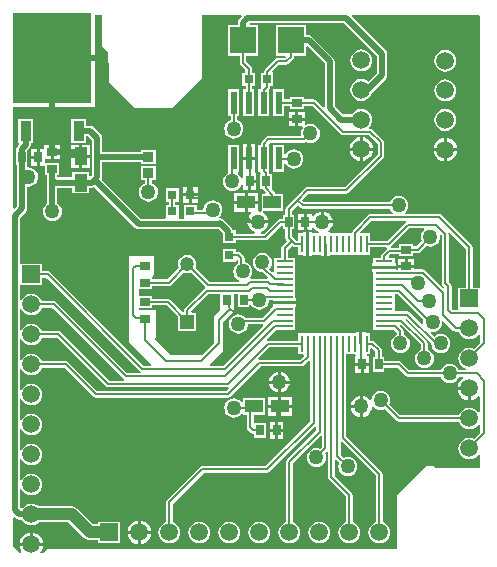
<source format=gtl>
G04 Layer_Physical_Order=1*
G04 Layer_Color=255*
%FSLAX44Y44*%
%MOMM*%
G71*
G01*
G75*
%ADD10R,1.4975X1.1176*%
%ADD11R,0.6604X0.8636*%
%ADD12R,1.1176X1.4975*%
%ADD13R,0.8636X0.6604*%
%ADD14R,0.7874X0.7874*%
%ADD15R,0.7556X0.8000*%
%ADD16R,0.2794X1.4732*%
%ADD17R,1.4732X0.2794*%
%ADD18R,0.8000X0.7556*%
%ADD19R,0.5588X1.9812*%
%ADD20R,2.2098X2.2606*%
%ADD21R,0.9398X1.7018*%
%ADD22R,6.6548X7.7216*%
%ADD23R,0.9398X0.8128*%
%ADD24C,0.5000*%
%ADD25C,1.0000*%
%ADD26C,0.2000*%
%ADD27C,0.2032*%
%ADD28R,1.5000X1.5000*%
%ADD29C,1.5000*%
%ADD30R,1.1938X1.1938*%
%ADD31C,1.1938*%
%ADD32C,1.4986*%
%ADD33R,1.5000X1.5000*%
%ADD34C,1.2700*%
G36*
X180213Y216662D02*
X180340D01*
Y214630D01*
X175260Y209550D01*
Y186690D01*
X165100Y176530D01*
X138430D01*
X124460Y190500D01*
X125730Y191770D01*
Y214630D01*
X111760D01*
Y216613D01*
X122858D01*
Y218862D01*
X134877D01*
X144731Y209008D01*
Y197563D01*
X160069D01*
Y212901D01*
X156360D01*
X155834Y214171D01*
X170010Y228347D01*
X180213D01*
Y216662D01*
D02*
G37*
G36*
X352196Y206521D02*
X351926Y204470D01*
X352046Y203553D01*
X350843Y202960D01*
X340757Y213047D01*
X339864Y213643D01*
X338810Y213853D01*
X328090D01*
Y218003D01*
Y228347D01*
X330370D01*
X352196Y206521D01*
D02*
G37*
G36*
X98383Y156804D02*
X98383Y156803D01*
X98953Y156423D01*
X98568Y155153D01*
X86230D01*
X45127Y196257D01*
X44233Y196853D01*
X43180Y197063D01*
X29138D01*
X28356Y198950D01*
X26881Y200872D01*
X24960Y202346D01*
X22722Y203273D01*
X20320Y203589D01*
X17918Y203273D01*
X15680Y202346D01*
X13758Y200872D01*
X12284Y198950D01*
X11902Y198029D01*
X10632Y198281D01*
Y215739D01*
X11902Y215991D01*
X12284Y215070D01*
X13758Y213148D01*
X15680Y211674D01*
X17918Y210747D01*
X20320Y210431D01*
X22722Y210747D01*
X24960Y211674D01*
X26881Y213148D01*
X28356Y215070D01*
X29138Y216957D01*
X38230D01*
X98383Y156804D01*
D02*
G37*
G36*
X83143Y150454D02*
X83143Y150453D01*
X84037Y149857D01*
X85090Y149647D01*
X186690D01*
X187249Y149758D01*
X187875Y148588D01*
X185550Y146263D01*
X76070D01*
X51477Y170857D01*
X50584Y171453D01*
X49530Y171663D01*
X29138D01*
X28356Y173550D01*
X26881Y175471D01*
X24960Y176946D01*
X22722Y177873D01*
X20320Y178189D01*
X17918Y177873D01*
X15680Y176946D01*
X13758Y175471D01*
X12284Y173550D01*
X11902Y172628D01*
X10632Y172881D01*
Y190339D01*
X11902Y190592D01*
X12284Y189670D01*
X13758Y187749D01*
X15680Y186274D01*
X17918Y185347D01*
X20320Y185031D01*
X22722Y185347D01*
X24960Y186274D01*
X26881Y187749D01*
X28356Y189670D01*
X29138Y191557D01*
X42040D01*
X83143Y150454D01*
D02*
G37*
G36*
X112353Y163153D02*
X112353Y163153D01*
X112923Y162773D01*
X112538Y161503D01*
X101470D01*
X41317Y221657D01*
X40423Y222253D01*
X39370Y222463D01*
X29138D01*
X28356Y224350D01*
X26881Y226271D01*
X24960Y227746D01*
X22722Y228673D01*
X20320Y228989D01*
X17918Y228673D01*
X15680Y227746D01*
X13758Y226271D01*
X12284Y224350D01*
X11902Y223428D01*
X10632Y223681D01*
Y234842D01*
X11120Y235910D01*
X29520D01*
Y242357D01*
X33150D01*
X112353Y163153D01*
D02*
G37*
G36*
X311572Y179835D02*
Y174928D01*
X309323D01*
Y162892D01*
X319327D01*
Y166157D01*
X330330D01*
X337143Y159343D01*
X338036Y158747D01*
X339090Y158537D01*
X367077D01*
X367618Y157230D01*
X368909Y155549D01*
X370590Y154258D01*
X372548Y153447D01*
X374650Y153170D01*
X376752Y153447D01*
X378710Y154258D01*
X380391Y155549D01*
X381682Y157230D01*
X382223Y158537D01*
X385620D01*
X385970Y157674D01*
X385976Y157267D01*
X383999Y155751D01*
X382390Y153653D01*
X381378Y151211D01*
X381201Y149860D01*
X391160D01*
Y148590D01*
X392430D01*
Y138631D01*
X393781Y138808D01*
X396223Y139820D01*
X398321Y141429D01*
X398780Y142028D01*
X400050Y141597D01*
Y128803D01*
X398780Y128372D01*
X397721Y129752D01*
X395800Y131226D01*
X393562Y132153D01*
X391160Y132469D01*
X388758Y132153D01*
X386520Y131226D01*
X384599Y129752D01*
X383124Y127830D01*
X382342Y125943D01*
X332610D01*
X323531Y135022D01*
X324073Y136328D01*
X324350Y138430D01*
X324073Y140532D01*
X323262Y142490D01*
X321971Y144171D01*
X320290Y145462D01*
X318332Y146273D01*
X316230Y146550D01*
X314128Y146273D01*
X312170Y145462D01*
X310489Y144171D01*
X309198Y142490D01*
X308387Y140532D01*
X308186Y139006D01*
X306859Y138650D01*
X306060Y139690D01*
X304203Y141115D01*
X302041Y142011D01*
X300990Y142149D01*
Y133350D01*
Y124551D01*
X302041Y124689D01*
X304203Y125585D01*
X306060Y127010D01*
X307485Y128867D01*
X308381Y131029D01*
X308642Y133009D01*
X309610Y133408D01*
X309922Y133427D01*
X310489Y132689D01*
X312170Y131398D01*
X314128Y130587D01*
X316230Y130310D01*
X318332Y130587D01*
X319638Y131129D01*
X329523Y121243D01*
X330416Y120647D01*
X331470Y120437D01*
X382342D01*
X383124Y118550D01*
X384599Y116629D01*
X386520Y115154D01*
X388758Y114227D01*
X391160Y113911D01*
X393562Y114227D01*
X395800Y115154D01*
X397721Y116629D01*
X398780Y118008D01*
X400050Y117577D01*
Y110573D01*
X395448Y105972D01*
X393562Y106753D01*
X391160Y107069D01*
X388758Y106753D01*
X386520Y105826D01*
X384599Y104352D01*
X383124Y102430D01*
X382197Y100192D01*
X381881Y97790D01*
X382197Y95388D01*
X383124Y93150D01*
X384599Y91229D01*
X386520Y89754D01*
X388758Y88827D01*
X391160Y88511D01*
X393562Y88827D01*
X395800Y89754D01*
X397721Y91229D01*
X398780Y92608D01*
X400050Y92177D01*
Y81280D01*
X363220D01*
X360680Y83820D01*
X359410Y82550D01*
X354330D01*
X330200Y58420D01*
Y12700D01*
X34290D01*
X30480Y8890D01*
X28729D01*
X28103Y10160D01*
X29090Y11447D01*
X30102Y13889D01*
X30279Y15240D01*
X10361D01*
X10538Y13889D01*
X11550Y11447D01*
X11910Y10977D01*
X11363Y9605D01*
X10804Y9516D01*
X5080Y15240D01*
Y39275D01*
X6253Y39761D01*
X7132Y38882D01*
X8521Y37954D01*
X10160Y37628D01*
X12136D01*
X12284Y37270D01*
X13758Y35348D01*
X15680Y33874D01*
X17918Y32947D01*
X20320Y32631D01*
X22722Y32947D01*
X24960Y33874D01*
X26626Y35152D01*
X51811D01*
X65072Y21892D01*
X66471Y20818D01*
X68101Y20143D01*
X69850Y19912D01*
X77160D01*
Y17470D01*
X95560D01*
Y35870D01*
X77160D01*
Y33428D01*
X72649D01*
X59388Y46688D01*
X57989Y47762D01*
X56359Y48438D01*
X54610Y48668D01*
X26626D01*
X24960Y49946D01*
X22722Y50873D01*
X20320Y51189D01*
X17918Y50873D01*
X15680Y49946D01*
X13758Y48471D01*
X12872Y47316D01*
X11542Y47166D01*
X10632Y47955D01*
Y63339D01*
X11902Y63591D01*
X12284Y62670D01*
X13758Y60749D01*
X15680Y59274D01*
X17918Y58347D01*
X20320Y58031D01*
X22722Y58347D01*
X24960Y59274D01*
X26881Y60749D01*
X28356Y62670D01*
X29283Y64908D01*
X29599Y67310D01*
X29283Y69712D01*
X28356Y71950D01*
X26881Y73871D01*
X24960Y75346D01*
X22722Y76273D01*
X20320Y76589D01*
X17918Y76273D01*
X15680Y75346D01*
X13758Y73871D01*
X12284Y71950D01*
X11902Y71028D01*
X10632Y71281D01*
Y88739D01*
X11902Y88991D01*
X12284Y88070D01*
X13758Y86149D01*
X15680Y84674D01*
X17918Y83747D01*
X20320Y83431D01*
X22722Y83747D01*
X24960Y84674D01*
X26881Y86149D01*
X28356Y88070D01*
X29283Y90308D01*
X29599Y92710D01*
X29283Y95112D01*
X28356Y97350D01*
X26881Y99271D01*
X24960Y100746D01*
X22722Y101673D01*
X20320Y101989D01*
X17918Y101673D01*
X15680Y100746D01*
X13758Y99271D01*
X12284Y97350D01*
X11902Y96428D01*
X10632Y96681D01*
Y114139D01*
X11902Y114391D01*
X12284Y113470D01*
X13758Y111549D01*
X15680Y110074D01*
X17918Y109147D01*
X20320Y108831D01*
X22722Y109147D01*
X24960Y110074D01*
X26881Y111549D01*
X28356Y113470D01*
X29283Y115708D01*
X29599Y118110D01*
X29283Y120512D01*
X28356Y122750D01*
X26881Y124671D01*
X24960Y126146D01*
X22722Y127073D01*
X20320Y127389D01*
X17918Y127073D01*
X15680Y126146D01*
X13758Y124671D01*
X12284Y122750D01*
X11902Y121828D01*
X10632Y122081D01*
Y139539D01*
X11902Y139791D01*
X12284Y138870D01*
X13758Y136948D01*
X15680Y135474D01*
X17918Y134547D01*
X20320Y134231D01*
X22722Y134547D01*
X24960Y135474D01*
X26881Y136948D01*
X28356Y138870D01*
X29283Y141108D01*
X29599Y143510D01*
X29283Y145912D01*
X28356Y148150D01*
X26881Y150071D01*
X24960Y151546D01*
X22722Y152473D01*
X20320Y152789D01*
X17918Y152473D01*
X15680Y151546D01*
X13758Y150071D01*
X12284Y148150D01*
X11902Y147228D01*
X10632Y147481D01*
Y164939D01*
X11902Y165191D01*
X12284Y164270D01*
X13758Y162348D01*
X15680Y160874D01*
X17918Y159947D01*
X20320Y159631D01*
X22722Y159947D01*
X24960Y160874D01*
X26881Y162348D01*
X28356Y164270D01*
X29138Y166157D01*
X48390D01*
X72983Y141564D01*
X72983Y141563D01*
X73877Y140967D01*
X74930Y140757D01*
X74930Y140757D01*
X186690D01*
X187743Y140967D01*
X188637Y141563D01*
X214500Y167427D01*
X248920D01*
X249974Y167637D01*
X250867Y168233D01*
X255337Y172704D01*
X256607Y172178D01*
Y120800D01*
X218570Y82763D01*
X165100D01*
X165100Y82763D01*
X164046Y82553D01*
X163153Y81957D01*
X135213Y54017D01*
X134617Y53123D01*
X134407Y52070D01*
Y35488D01*
X132520Y34706D01*
X130598Y33231D01*
X129124Y31310D01*
X128197Y29072D01*
X127881Y26670D01*
X128197Y24268D01*
X129124Y22030D01*
X130598Y20108D01*
X132520Y18634D01*
X134758Y17707D01*
X137160Y17391D01*
X139562Y17707D01*
X141800Y18634D01*
X143722Y20108D01*
X145196Y22030D01*
X146123Y24268D01*
X146439Y26670D01*
X146123Y29072D01*
X145196Y31310D01*
X143722Y33231D01*
X141800Y34706D01*
X139913Y35488D01*
Y50930D01*
X166240Y77257D01*
X219710D01*
X220763Y77467D01*
X221657Y78063D01*
X260337Y116744D01*
X261607Y116218D01*
Y113100D01*
X236813Y88307D01*
X236217Y87414D01*
X236007Y86360D01*
Y35488D01*
X234120Y34706D01*
X232199Y33231D01*
X230724Y31310D01*
X229797Y29072D01*
X229481Y26670D01*
X229797Y24268D01*
X230724Y22030D01*
X232199Y20108D01*
X234120Y18634D01*
X236358Y17707D01*
X238760Y17391D01*
X241162Y17707D01*
X243400Y18634D01*
X245322Y20108D01*
X246796Y22030D01*
X247723Y24268D01*
X248039Y26670D01*
X247723Y29072D01*
X246796Y31310D01*
X245322Y33231D01*
X243400Y34706D01*
X241513Y35488D01*
Y85220D01*
X265337Y109044D01*
X266607Y108518D01*
Y99050D01*
X265028Y97472D01*
X263722Y98013D01*
X261620Y98289D01*
X259519Y98013D01*
X257560Y97202D01*
X255879Y95911D01*
X254588Y94230D01*
X253777Y92271D01*
X253500Y90170D01*
X253777Y88069D01*
X254588Y86110D01*
X255879Y84429D01*
X257560Y83138D01*
X259519Y82327D01*
X261620Y82051D01*
X263722Y82327D01*
X265680Y83138D01*
X267361Y84429D01*
X268652Y86110D01*
X269463Y88069D01*
X269739Y90170D01*
X269463Y92271D01*
X268922Y93578D01*
X270337Y94994D01*
X271607Y94468D01*
Y73620D01*
X271817Y72566D01*
X272413Y71673D01*
X286807Y57280D01*
Y35488D01*
X284920Y34706D01*
X282999Y33231D01*
X281524Y31310D01*
X280597Y29072D01*
X280281Y26670D01*
X280597Y24268D01*
X281524Y22030D01*
X282999Y20108D01*
X284920Y18634D01*
X287158Y17707D01*
X289560Y17391D01*
X291962Y17707D01*
X294200Y18634D01*
X296122Y20108D01*
X297596Y22030D01*
X298523Y24268D01*
X298839Y26670D01*
X298523Y29072D01*
X297596Y31310D01*
X296122Y33231D01*
X294200Y34706D01*
X292313Y35488D01*
Y58420D01*
X292313Y58420D01*
X292103Y59474D01*
X291507Y60367D01*
X291507Y60367D01*
X277113Y74760D01*
Y88038D01*
X278383Y88564D01*
X280989Y85958D01*
X280447Y84651D01*
X280170Y82550D01*
X280447Y80449D01*
X281258Y78490D01*
X282549Y76809D01*
X284230Y75518D01*
X286189Y74707D01*
X288290Y74430D01*
X290392Y74707D01*
X292350Y75518D01*
X294031Y76809D01*
X295322Y78490D01*
X296133Y80449D01*
X296409Y82550D01*
X296133Y84651D01*
X295322Y86610D01*
X294031Y88291D01*
X292350Y89582D01*
X290392Y90393D01*
X288290Y90669D01*
X286189Y90393D01*
X284882Y89852D01*
X282113Y92620D01*
Y103358D01*
X283383Y103884D01*
X312207Y75060D01*
Y35488D01*
X310320Y34706D01*
X308398Y33231D01*
X306924Y31310D01*
X305997Y29072D01*
X305681Y26670D01*
X305997Y24268D01*
X306924Y22030D01*
X308398Y20108D01*
X310320Y18634D01*
X312558Y17707D01*
X314960Y17391D01*
X317362Y17707D01*
X319600Y18634D01*
X321521Y20108D01*
X322996Y22030D01*
X323923Y24268D01*
X324239Y26670D01*
X323923Y29072D01*
X322996Y31310D01*
X321521Y33231D01*
X319600Y34706D01*
X317713Y35488D01*
Y76200D01*
X317503Y77253D01*
X316907Y78147D01*
X287113Y107940D01*
Y177370D01*
X294352D01*
X294861Y176100D01*
X294513Y175768D01*
X294513Y175661D01*
Y170180D01*
X300355D01*
X306197D01*
Y175768D01*
X305065D01*
X304149Y176996D01*
X304280Y177370D01*
X307457D01*
Y182154D01*
X308727Y182680D01*
X311572Y179835D01*
D02*
G37*
G36*
X246263Y177370D02*
X250421D01*
X250947Y176100D01*
X247780Y172933D01*
X213360D01*
X212801Y172822D01*
X212175Y173992D01*
X221866Y183683D01*
X246263D01*
Y177370D01*
D02*
G37*
G36*
X150398Y246528D02*
X152400Y246265D01*
X154402Y246528D01*
X155517Y246990D01*
X167610Y234897D01*
X167653Y234637D01*
X167367Y233343D01*
X166923Y233047D01*
X166923Y233046D01*
X150453Y216577D01*
X149857Y215683D01*
X149647Y214630D01*
Y213498D01*
X148377Y213148D01*
X137964Y223562D01*
X137071Y224158D01*
X136017Y224368D01*
X122858D01*
Y226617D01*
X111760D01*
X111760Y233123D01*
X122858D01*
Y235372D01*
X136525D01*
X137578Y235582D01*
X138472Y236178D01*
X149283Y246990D01*
X150398Y246528D01*
D02*
G37*
G36*
X400050Y463550D02*
Y233990D01*
X393913D01*
Y267970D01*
X393913Y267970D01*
X393703Y269023D01*
X393107Y269917D01*
X393106Y269917D01*
X367707Y295317D01*
X366814Y295913D01*
X365760Y296123D01*
X337127D01*
X336696Y297393D01*
X337211Y297789D01*
X338502Y299470D01*
X339313Y301429D01*
X339590Y303530D01*
X339313Y305632D01*
X338502Y307590D01*
X337211Y309271D01*
X335530Y310562D01*
X333572Y311373D01*
X331470Y311649D01*
X329369Y311373D01*
X327410Y310562D01*
X325729Y309271D01*
X324438Y307590D01*
X323897Y306283D01*
X251330D01*
X249638Y307975D01*
X255140Y313477D01*
X287020D01*
X288074Y313687D01*
X288967Y314283D01*
X318176Y343493D01*
X318177Y343493D01*
X318773Y344386D01*
X318983Y345440D01*
X318983Y345440D01*
Y356870D01*
X318983Y356870D01*
X318773Y357924D01*
X318177Y358817D01*
X318176Y358817D01*
X309287Y367707D01*
X308393Y368303D01*
X307340Y368513D01*
X306624D01*
X306355Y369304D01*
X306292Y369783D01*
X307750Y371683D01*
X308676Y373919D01*
X308992Y376319D01*
X308676Y378719D01*
X307750Y380955D01*
X306276Y382875D01*
X304356Y384349D01*
X302120Y385275D01*
X299720Y385591D01*
X297320Y385275D01*
X295084Y384349D01*
X293164Y382875D01*
X291690Y380955D01*
X291543Y380601D01*
X284585D01*
X277332Y387854D01*
Y425450D01*
X277006Y427089D01*
X276078Y428478D01*
X258298Y446258D01*
X256909Y447186D01*
X255270Y447512D01*
X252906D01*
Y456233D01*
X227408D01*
Y430227D01*
X235444D01*
X235931Y429054D01*
X235080Y428203D01*
X228916D01*
X227862Y427993D01*
X226969Y427397D01*
X217921Y418349D01*
X217325Y417455D01*
X217115Y416402D01*
Y415910D01*
X214390D01*
Y404510D01*
X214807D01*
X215104Y403795D01*
X215198Y403282D01*
X214443Y402258D01*
X212676D01*
Y379046D01*
X221664D01*
Y401925D01*
X222253Y402807D01*
X222463Y403860D01*
Y404510D01*
X225346D01*
Y415910D01*
X224928D01*
X224443Y417083D01*
X230056Y422697D01*
X236220D01*
X237274Y422907D01*
X238167Y423503D01*
X242104Y427440D01*
X242700Y428334D01*
X242910Y429387D01*
Y430227D01*
X252906D01*
Y437742D01*
X254176Y438268D01*
X268768Y423676D01*
Y387161D01*
X267498Y386636D01*
X261662Y392472D01*
X260769Y393068D01*
X259715Y393278D01*
X251128D01*
Y395527D01*
X239092D01*
Y393278D01*
X234364D01*
Y402258D01*
X225376D01*
Y379046D01*
X234364D01*
Y387772D01*
X239092D01*
Y385523D01*
X251128D01*
Y387772D01*
X258575D01*
X282533Y363814D01*
X282533Y363813D01*
X283426Y363217D01*
X284480Y363007D01*
X306200D01*
X313477Y355730D01*
Y346580D01*
X285880Y318983D01*
X254000D01*
X254000Y318983D01*
X252946Y318773D01*
X252053Y318177D01*
X252053Y318176D01*
X244116Y310239D01*
X244116Y310239D01*
X236178Y302302D01*
X235582Y301409D01*
X235372Y300355D01*
Y295578D01*
X233123D01*
Y292313D01*
X231140D01*
X230086Y292103D01*
X229193Y291507D01*
X229193Y291507D01*
X217458Y279771D01*
X215006D01*
X214754Y281041D01*
X216573Y281795D01*
X218430Y283220D01*
X219855Y285077D01*
X220751Y287239D01*
X220889Y288290D01*
X203291D01*
X203429Y287239D01*
X204325Y285077D01*
X205750Y283220D01*
X207607Y281795D01*
X209426Y281041D01*
X209174Y279771D01*
X193660D01*
Y282496D01*
X190862D01*
X190646Y283579D01*
X189718Y284968D01*
X183368Y291318D01*
X181979Y292246D01*
X180340Y292572D01*
X180020D01*
X179972Y292563D01*
X179434Y293751D01*
X179731Y293979D01*
X181022Y295660D01*
X181833Y297619D01*
X182110Y299720D01*
X181833Y301821D01*
X181022Y303780D01*
X179731Y305461D01*
X178050Y306752D01*
X176091Y307563D01*
X173990Y307840D01*
X171889Y307563D01*
X169930Y306752D01*
X168249Y305461D01*
X166958Y303780D01*
X166147Y301821D01*
X165899Y299933D01*
X160576D01*
Y304150D01*
X149620D01*
Y292750D01*
X148585Y292182D01*
X146055D01*
X145020Y292750D01*
X145020Y293452D01*
Y304150D01*
X142295D01*
Y306783D01*
X145464D01*
Y318057D01*
X134190D01*
Y306783D01*
X136789D01*
Y304150D01*
X134064D01*
Y293452D01*
X134064Y292750D01*
X133029Y292182D01*
X113029D01*
X79770Y325442D01*
X80156Y326021D01*
X80482Y327660D01*
Y340269D01*
X112981D01*
Y338787D01*
X125779D01*
Y350315D01*
X112981D01*
Y348833D01*
X80482D01*
Y360680D01*
X80156Y362319D01*
X79228Y363708D01*
X73005Y369931D01*
X71616Y370859D01*
X69977Y371185D01*
X66999D01*
Y377112D01*
X54201D01*
Y356694D01*
X66999D01*
Y362462D01*
X68269Y362555D01*
X71918Y358906D01*
Y344170D01*
Y329434D01*
X70820Y328336D01*
X70820Y328336D01*
X70788Y328304D01*
X69518Y328830D01*
Y332144D01*
X54942D01*
Y327238D01*
X42382D01*
Y329643D01*
X44118D01*
Y339647D01*
X32082Y339647D01*
X31877Y340832D01*
Y342773D01*
X36830D01*
Y348615D01*
Y354457D01*
X31242D01*
Y351028D01*
X27305D01*
Y344170D01*
Y337312D01*
X31877Y337312D01*
X32082Y336127D01*
Y329643D01*
X33818D01*
Y325120D01*
Y305311D01*
X32359Y304191D01*
X31068Y302510D01*
X30257Y300551D01*
X29980Y298450D01*
X30257Y296348D01*
X31068Y294390D01*
X32359Y292709D01*
X34040Y291418D01*
X35998Y290607D01*
X38100Y290331D01*
X40202Y290607D01*
X42160Y291418D01*
X43841Y292709D01*
X45132Y294390D01*
X45943Y296348D01*
X46220Y298450D01*
X45943Y300551D01*
X45132Y302510D01*
X43841Y304191D01*
X42382Y305311D01*
Y318673D01*
X54942D01*
Y313768D01*
X69518D01*
Y318673D01*
X71496D01*
X73134Y319000D01*
X73713Y319386D01*
X108228Y284872D01*
X109617Y283944D01*
X111256Y283618D01*
X178956D01*
X182260Y280314D01*
Y271540D01*
X193660D01*
Y274265D01*
X218598D01*
X219652Y274475D01*
X220545Y275071D01*
X231853Y286380D01*
X233123Y285854D01*
Y283542D01*
X235372D01*
Y276225D01*
X235582Y275172D01*
X236178Y274278D01*
X236962Y273494D01*
X232749Y269282D01*
X232153Y268389D01*
X231943Y267335D01*
Y259197D01*
X225630D01*
Y247283D01*
X224457Y246796D01*
X221677Y249576D01*
X222932Y251210D01*
X223743Y253169D01*
X224020Y255270D01*
X223743Y257372D01*
X222932Y259330D01*
X221641Y261011D01*
X219960Y262302D01*
X218001Y263113D01*
X215900Y263389D01*
X213799Y263113D01*
X211840Y262302D01*
X210159Y261011D01*
X208868Y259330D01*
X208057Y257372D01*
X207780Y255270D01*
X208057Y253169D01*
X208868Y251210D01*
X210159Y249529D01*
X211840Y248238D01*
X213799Y247427D01*
X215900Y247150D01*
X216268Y247199D01*
X220684Y242783D01*
X220158Y241513D01*
X206429D01*
X205802Y242783D01*
X206422Y243590D01*
X207233Y245548D01*
X207509Y247650D01*
X207233Y249751D01*
X206422Y251710D01*
X205131Y253391D01*
X203450Y254682D01*
X201492Y255493D01*
X200873Y255574D01*
Y259080D01*
X200873Y259080D01*
X200663Y260133D01*
X200067Y261027D01*
X197685Y263409D01*
X196791Y264005D01*
X195738Y264215D01*
X193660D01*
Y266940D01*
X182260D01*
Y255984D01*
X193660D01*
Y256879D01*
X194930Y257513D01*
X195367Y257184D01*
Y254697D01*
X195330Y254682D01*
X193649Y253391D01*
X192358Y251710D01*
X191547Y249751D01*
X191271Y247650D01*
X191547Y245548D01*
X192358Y243590D01*
X193649Y241909D01*
X195330Y240618D01*
X196526Y240123D01*
X196274Y238853D01*
X171440D01*
X159410Y250883D01*
X159872Y251998D01*
X160135Y254000D01*
X159872Y256002D01*
X159099Y257868D01*
X157870Y259470D01*
X156268Y260699D01*
X154402Y261472D01*
X152400Y261735D01*
X150398Y261472D01*
X148532Y260699D01*
X146930Y259470D01*
X145701Y257868D01*
X144928Y256002D01*
X144665Y254000D01*
X144928Y251998D01*
X145390Y250883D01*
X135385Y240878D01*
X122858D01*
Y243127D01*
X123487Y244137D01*
X124460Y245110D01*
Y260350D01*
X102870D01*
Y187960D01*
X121707Y169123D01*
X121406Y167853D01*
X115440D01*
X36237Y247057D01*
X35343Y247653D01*
X34290Y247863D01*
X29520D01*
Y254310D01*
X11120D01*
X10632Y255378D01*
Y292866D01*
X15728Y297962D01*
X16656Y299351D01*
X16982Y300990D01*
Y318841D01*
X17780Y319541D01*
X19882Y319817D01*
X21840Y320628D01*
X23521Y321919D01*
X24812Y323600D01*
X25623Y325559D01*
X25900Y327660D01*
X25623Y329762D01*
X24812Y331720D01*
X23521Y333401D01*
X21840Y334692D01*
X19882Y335503D01*
X17780Y335779D01*
X16982Y336479D01*
Y338152D01*
X17067D01*
Y350101D01*
X18628Y351662D01*
X19556Y353051D01*
X19882Y354690D01*
Y356694D01*
X21999D01*
Y377112D01*
X9201D01*
Y356694D01*
X9752D01*
X10278Y355424D01*
X9037Y354183D01*
X8109Y352794D01*
X7783Y351155D01*
Y350188D01*
X7063D01*
Y338152D01*
X8418D01*
Y302764D01*
X6253Y300599D01*
X5080Y301085D01*
Y386842D01*
X36830D01*
Y427990D01*
X38100D01*
Y429260D01*
X73914D01*
Y464820D01*
X80010D01*
Y438150D01*
X85090Y433070D01*
Y408940D01*
X107950Y386080D01*
X139700D01*
X165100Y411480D01*
Y464820D01*
X198025D01*
X198511Y463647D01*
X196235Y461371D01*
X195307Y459982D01*
X194981Y458343D01*
Y456233D01*
X186514D01*
Y430227D01*
X196637D01*
Y424180D01*
X196847Y423126D01*
X197443Y422233D01*
X201559Y418118D01*
Y415910D01*
X198834D01*
Y404510D01*
X201717D01*
Y402258D01*
X199976D01*
Y379046D01*
X208964D01*
Y402258D01*
X207223D01*
Y404510D01*
X209790D01*
Y415910D01*
X207065D01*
Y419258D01*
X206855Y420312D01*
X206259Y421205D01*
X206259Y421205D01*
X202143Y425320D01*
Y430227D01*
X212012D01*
Y456233D01*
X205914D01*
X205276Y457503D01*
X205644Y457998D01*
X285246D01*
X313218Y430026D01*
Y415794D01*
X305724Y408300D01*
X304356Y409350D01*
X302120Y410276D01*
X299720Y410592D01*
X297320Y410276D01*
X295084Y409350D01*
X293164Y407877D01*
X291690Y405956D01*
X290764Y403720D01*
X290448Y401320D01*
X290764Y398920D01*
X291690Y396684D01*
X293164Y394763D01*
X295084Y393290D01*
X297320Y392364D01*
X299720Y392048D01*
X302120Y392364D01*
X304356Y393290D01*
X306276Y394763D01*
X307750Y396684D01*
X308676Y398920D01*
X308710Y399174D01*
X320528Y410992D01*
X321456Y412381D01*
X321782Y414020D01*
Y431800D01*
X321456Y433439D01*
X320528Y434828D01*
X291709Y463647D01*
X292195Y464820D01*
X398780D01*
X400050Y463550D01*
D02*
G37*
G36*
X337713Y289347D02*
X337143Y288967D01*
X337143Y288967D01*
X321694Y273517D01*
X307457D01*
Y279830D01*
X299353D01*
X298867Y281003D01*
X308480Y290617D01*
X337328D01*
X337713Y289347D01*
D02*
G37*
G36*
X248243Y301583D02*
X248243Y301583D01*
X249137Y300987D01*
X250190Y300777D01*
X250190Y300777D01*
X323897D01*
X324438Y299470D01*
X325729Y297789D01*
X326244Y297393D01*
X325813Y296123D01*
X307340D01*
X306287Y295913D01*
X305393Y295317D01*
X292413Y282337D01*
X291817Y281444D01*
X291607Y280390D01*
Y279830D01*
X273297D01*
Y280670D01*
X271718D01*
X271456Y281221D01*
X271373Y281940D01*
X273040Y283220D01*
X274465Y285077D01*
X275361Y287239D01*
X275499Y288290D01*
X266700D01*
Y289560D01*
X265430D01*
Y298360D01*
X264379Y298221D01*
X262217Y297325D01*
X260360Y295900D01*
X259207Y294398D01*
X257937Y294830D01*
Y296418D01*
X253365D01*
Y289560D01*
Y282702D01*
X257937D01*
Y284291D01*
X259207Y284722D01*
X260360Y283220D01*
X262217Y281795D01*
X263894Y281100D01*
X263641Y279830D01*
X258297D01*
Y280670D01*
X255630D01*
Y270764D01*
Y260858D01*
X258297D01*
Y261698D01*
X265423D01*
Y260858D01*
X268090D01*
Y270764D01*
X270630D01*
Y260858D01*
X273297D01*
Y261698D01*
X307457D01*
Y268011D01*
X320882D01*
X321268Y266743D01*
Y266741D01*
X317077Y262551D01*
X316481Y261658D01*
X316271Y260604D01*
Y259197D01*
X309958D01*
Y255037D01*
X309118D01*
Y252370D01*
X319024D01*
X328930D01*
Y255037D01*
X328090D01*
Y259197D01*
X323306D01*
X322780Y260467D01*
X324355Y262042D01*
X331802D01*
Y261063D01*
X343838D01*
Y263312D01*
X347345D01*
X348399Y263522D01*
X349292Y264118D01*
X354732Y269559D01*
X356039Y269017D01*
X358140Y268741D01*
X360242Y269017D01*
X362200Y269828D01*
X363881Y271119D01*
X365172Y272800D01*
X365983Y274758D01*
X366259Y276860D01*
X366043Y278508D01*
X367245Y279101D01*
X368087Y278260D01*
Y237490D01*
X368297Y236437D01*
X368893Y235543D01*
X369961Y234475D01*
X369889Y234114D01*
X368512Y233696D01*
X353693Y248514D01*
X352795Y249114D01*
X351735Y249325D01*
X351735Y249325D01*
X344678D01*
Y250825D01*
X337820D01*
X330962D01*
Y248846D01*
X328930D01*
Y249830D01*
X319024D01*
X309118D01*
Y247163D01*
X309958D01*
Y238003D01*
Y228003D01*
Y218003D01*
Y208003D01*
Y198003D01*
X327694D01*
X329987Y195710D01*
Y194263D01*
X328680Y193722D01*
X326999Y192431D01*
X325708Y190750D01*
X324897Y188792D01*
X324621Y186690D01*
X324897Y184589D01*
X325708Y182630D01*
X326999Y180949D01*
X328680Y179658D01*
X330639Y178847D01*
X332740Y178570D01*
X334841Y178847D01*
X336800Y179658D01*
X338481Y180949D01*
X339772Y182630D01*
X340583Y184589D01*
X340859Y186690D01*
X340583Y188792D01*
X339772Y190750D01*
X338481Y192431D01*
X336800Y193722D01*
X335493Y194263D01*
Y196850D01*
X335283Y197903D01*
X334687Y198797D01*
X334687Y198797D01*
X332158Y201325D01*
X332585Y202694D01*
X333073Y202783D01*
X350307Y185550D01*
Y181563D01*
X349000Y181022D01*
X347319Y179731D01*
X346028Y178050D01*
X345217Y176091D01*
X344940Y173990D01*
X345217Y171889D01*
X346028Y169930D01*
X347319Y168249D01*
X349000Y166958D01*
X350959Y166147D01*
X353060Y165870D01*
X355162Y166147D01*
X357120Y166958D01*
X358801Y168249D01*
X360092Y169930D01*
X360903Y171889D01*
X361180Y173990D01*
X360903Y176091D01*
X360092Y178050D01*
X358801Y179731D01*
X357120Y181022D01*
X355813Y181563D01*
Y186690D01*
X355813Y186690D01*
X355603Y187743D01*
X355007Y188637D01*
X337318Y206325D01*
X337745Y207694D01*
X338233Y207784D01*
X358959Y187058D01*
X358910Y186690D01*
X359187Y184589D01*
X359998Y182630D01*
X361289Y180949D01*
X362970Y179658D01*
X364929Y178847D01*
X367030Y178570D01*
X369132Y178847D01*
X371090Y179658D01*
X372771Y180949D01*
X374062Y182630D01*
X374873Y184589D01*
X375149Y186690D01*
X374873Y188792D01*
X374062Y190750D01*
X372771Y192431D01*
X371090Y193722D01*
X369132Y194533D01*
X367030Y194809D01*
X364929Y194533D01*
X362970Y193722D01*
X361336Y192467D01*
X358535Y195268D01*
X359128Y196471D01*
X360045Y196350D01*
X362146Y196627D01*
X364105Y197438D01*
X365786Y198729D01*
X367077Y200410D01*
X367888Y202369D01*
X368164Y204470D01*
X368047Y205360D01*
X369250Y205954D01*
X377772Y197432D01*
X378670Y196832D01*
X379730Y196621D01*
X379730Y196621D01*
X382349D01*
X383124Y194750D01*
X384599Y192829D01*
X386520Y191354D01*
X388758Y190427D01*
X391160Y190111D01*
X393562Y190427D01*
X395800Y191354D01*
X397721Y192829D01*
X398780Y194208D01*
X400050Y193777D01*
Y186773D01*
X395448Y182172D01*
X393562Y182953D01*
X391160Y183269D01*
X388758Y182953D01*
X386520Y182026D01*
X384599Y180551D01*
X383124Y178630D01*
X382197Y176392D01*
X381881Y173990D01*
X382197Y171588D01*
X383124Y169350D01*
X384599Y167428D01*
X386520Y165954D01*
X388068Y165313D01*
X387815Y164043D01*
X382223D01*
X381682Y165350D01*
X380391Y167031D01*
X378710Y168322D01*
X376752Y169133D01*
X374650Y169410D01*
X372548Y169133D01*
X370590Y168322D01*
X368909Y167031D01*
X367618Y165350D01*
X367077Y164043D01*
X340230D01*
X333417Y170857D01*
X332523Y171453D01*
X331470Y171663D01*
X319327D01*
Y174928D01*
X317078D01*
Y180975D01*
X317078Y180975D01*
X316868Y182029D01*
X316272Y182922D01*
X310811Y188383D01*
X309918Y188979D01*
X308864Y189189D01*
X307457D01*
Y195502D01*
X303297D01*
Y196342D01*
X300630D01*
Y186436D01*
X298090D01*
Y196342D01*
X295423D01*
Y195502D01*
X246263D01*
Y189189D01*
X220726D01*
X220167Y189078D01*
X219541Y190248D01*
X227296Y198003D01*
X243762D01*
Y208003D01*
Y217163D01*
X244602D01*
Y219830D01*
X234696D01*
X224790D01*
Y217669D01*
X222683Y215562D01*
X222087Y214669D01*
X222057Y214520D01*
X216030Y208493D01*
X201665D01*
X201321Y208941D01*
X199640Y210232D01*
X197682Y211043D01*
X195580Y211320D01*
X193479Y211043D01*
X191520Y210232D01*
X189839Y208941D01*
X188548Y207260D01*
X187737Y205301D01*
X187460Y203200D01*
X187737Y201098D01*
X188548Y199140D01*
X189839Y197459D01*
X191520Y196168D01*
X193479Y195357D01*
X195580Y195081D01*
X197682Y195357D01*
X199640Y196168D01*
X201321Y197459D01*
X202612Y199140D01*
X203423Y201098D01*
X203671Y202987D01*
X216348D01*
X216874Y201717D01*
X183010Y167853D01*
X171964D01*
X171663Y169123D01*
X182880Y180340D01*
Y204470D01*
X191897Y213487D01*
X191897Y216662D01*
X191897D01*
Y228347D01*
X195023D01*
Y217502D01*
X205027D01*
Y219283D01*
X206297Y219536D01*
X206328Y219460D01*
X207619Y217779D01*
X209300Y216488D01*
X211259Y215677D01*
X213360Y215401D01*
X215462Y215677D01*
X217420Y216488D01*
X219101Y217779D01*
X220392Y219460D01*
X221203Y221418D01*
X221457Y223347D01*
X224790D01*
Y222370D01*
X234696D01*
X244602D01*
Y225037D01*
X243762D01*
Y238003D01*
Y248003D01*
Y259197D01*
X237449D01*
Y266195D01*
X240856Y269601D01*
X241639Y268817D01*
X242533Y268221D01*
X243586Y268011D01*
X243586Y268011D01*
X246263D01*
Y261698D01*
X250423D01*
Y260858D01*
X253090D01*
Y270764D01*
Y280670D01*
X250423D01*
Y279830D01*
X246263D01*
Y273517D01*
X244726D01*
X240878Y277365D01*
Y283542D01*
X243127D01*
Y295578D01*
X240878D01*
Y299215D01*
X245745Y304082D01*
X248243Y301583D01*
D02*
G37*
G36*
X352914Y282997D02*
X352399Y282601D01*
X351108Y280920D01*
X350297Y278962D01*
X350020Y276860D01*
X350297Y274758D01*
X350839Y273452D01*
X346205Y268818D01*
X343838D01*
Y271067D01*
X331802D01*
Y267548D01*
X325167D01*
X324781Y268816D01*
Y268818D01*
X340230Y284267D01*
X352483D01*
X352914Y282997D01*
D02*
G37*
G36*
X388407Y266830D02*
Y233990D01*
X381960D01*
Y215590D01*
X380999Y214843D01*
X377060D01*
X376133Y215770D01*
Y234950D01*
X375923Y236003D01*
X375327Y236897D01*
X375326Y236897D01*
X373593Y238630D01*
Y279400D01*
X373482Y279959D01*
X374652Y280585D01*
X388407Y266830D01*
D02*
G37*
%LPC*%
G36*
X228976Y162845D02*
X227925Y162707D01*
X225762Y161811D01*
X223905Y160386D01*
X222480Y158529D01*
X221585Y156367D01*
X221446Y155316D01*
X228976D01*
Y162845D01*
D02*
G37*
G36*
X239045Y152776D02*
X231516D01*
Y145246D01*
X232567Y145385D01*
X234729Y146280D01*
X236586Y147705D01*
X238011Y149562D01*
X238907Y151725D01*
X239045Y152776D01*
D02*
G37*
G36*
X228976D02*
X221446D01*
X221585Y151725D01*
X222480Y149562D01*
X223905Y147705D01*
X225762Y146280D01*
X227925Y145385D01*
X228976Y145246D01*
Y152776D01*
D02*
G37*
G36*
X389890Y147320D02*
X381201D01*
X381378Y145969D01*
X382390Y143527D01*
X383999Y141429D01*
X386097Y139820D01*
X388539Y138808D01*
X389890Y138631D01*
Y147320D01*
D02*
G37*
G36*
X231516Y162845D02*
Y155316D01*
X239045D01*
X238907Y156367D01*
X238011Y158529D01*
X236586Y160386D01*
X234729Y161811D01*
X232567Y162707D01*
X231516Y162845D01*
D02*
G37*
G36*
X299085Y167640D02*
X294513D01*
Y162052D01*
X299085D01*
Y167640D01*
D02*
G37*
G36*
X306197D02*
X301625D01*
Y162052D01*
X306197D01*
Y167640D01*
D02*
G37*
G36*
X19050Y26469D02*
X17699Y26292D01*
X15257Y25280D01*
X13159Y23671D01*
X11550Y21573D01*
X10538Y19131D01*
X10361Y17780D01*
X19050D01*
Y26469D01*
D02*
G37*
G36*
X264160Y35949D02*
X261758Y35633D01*
X259520Y34706D01*
X257598Y33231D01*
X256124Y31310D01*
X255197Y29072D01*
X254881Y26670D01*
X255197Y24268D01*
X256124Y22030D01*
X257598Y20108D01*
X259520Y18634D01*
X261758Y17707D01*
X264160Y17391D01*
X266562Y17707D01*
X268800Y18634D01*
X270721Y20108D01*
X272196Y22030D01*
X273123Y24268D01*
X273439Y26670D01*
X273123Y29072D01*
X272196Y31310D01*
X270721Y33231D01*
X268800Y34706D01*
X266562Y35633D01*
X264160Y35949D01*
D02*
G37*
G36*
X21590Y26469D02*
Y17780D01*
X30279D01*
X30102Y19131D01*
X29090Y21573D01*
X27481Y23671D01*
X25383Y25280D01*
X22941Y26292D01*
X21590Y26469D01*
D02*
G37*
G36*
X113030Y36629D02*
Y27940D01*
X121719D01*
X121542Y29291D01*
X120530Y31733D01*
X118921Y33831D01*
X116823Y35440D01*
X114381Y36452D01*
X113030Y36629D01*
D02*
G37*
G36*
X110490D02*
X109139Y36452D01*
X106697Y35440D01*
X104599Y33831D01*
X102990Y31733D01*
X101978Y29291D01*
X101801Y27940D01*
X110490D01*
Y36629D01*
D02*
G37*
G36*
X121719Y25400D02*
X113030D01*
Y16711D01*
X114381Y16888D01*
X116823Y17900D01*
X118921Y19509D01*
X120530Y21607D01*
X121542Y24049D01*
X121719Y25400D01*
D02*
G37*
G36*
X110490D02*
X101801D01*
X101978Y24049D01*
X102990Y21607D01*
X104599Y19509D01*
X106697Y17900D01*
X109139Y16888D01*
X110490Y16711D01*
Y25400D01*
D02*
G37*
G36*
X162560Y35949D02*
X160158Y35633D01*
X157920Y34706D01*
X155998Y33231D01*
X154524Y31310D01*
X153597Y29072D01*
X153281Y26670D01*
X153597Y24268D01*
X154524Y22030D01*
X155998Y20108D01*
X157920Y18634D01*
X160158Y17707D01*
X162560Y17391D01*
X164962Y17707D01*
X167200Y18634D01*
X169121Y20108D01*
X170596Y22030D01*
X171523Y24268D01*
X171839Y26670D01*
X171523Y29072D01*
X170596Y31310D01*
X169121Y33231D01*
X167200Y34706D01*
X164962Y35633D01*
X162560Y35949D01*
D02*
G37*
G36*
X213360D02*
X210958Y35633D01*
X208720Y34706D01*
X206798Y33231D01*
X205324Y31310D01*
X204397Y29072D01*
X204081Y26670D01*
X204397Y24268D01*
X205324Y22030D01*
X206798Y20108D01*
X208720Y18634D01*
X210958Y17707D01*
X213360Y17391D01*
X215762Y17707D01*
X218000Y18634D01*
X219921Y20108D01*
X221396Y22030D01*
X222323Y24268D01*
X222639Y26670D01*
X222323Y29072D01*
X221396Y31310D01*
X219921Y33231D01*
X218000Y34706D01*
X215762Y35633D01*
X213360Y35949D01*
D02*
G37*
G36*
X187960D02*
X185558Y35633D01*
X183320Y34706D01*
X181399Y33231D01*
X179924Y31310D01*
X178997Y29072D01*
X178681Y26670D01*
X178997Y24268D01*
X179924Y22030D01*
X181399Y20108D01*
X183320Y18634D01*
X185558Y17707D01*
X187960Y17391D01*
X190362Y17707D01*
X192600Y18634D01*
X194522Y20108D01*
X195996Y22030D01*
X196923Y24268D01*
X197239Y26670D01*
X196923Y29072D01*
X195996Y31310D01*
X194522Y33231D01*
X192600Y34706D01*
X190362Y35633D01*
X187960Y35949D01*
D02*
G37*
G36*
X226695Y111760D02*
X222123D01*
Y106172D01*
X226695D01*
Y111760D01*
D02*
G37*
G36*
X229494Y141478D02*
X220737D01*
Y134620D01*
X229494D01*
Y141478D01*
D02*
G37*
G36*
X240792Y132080D02*
X232034D01*
Y125222D01*
X240792D01*
Y132080D01*
D02*
G37*
G36*
X298450Y142149D02*
X297399Y142011D01*
X295237Y141115D01*
X293380Y139690D01*
X291955Y137833D01*
X291059Y135671D01*
X290921Y134620D01*
X298450D01*
Y142149D01*
D02*
G37*
G36*
X217843Y140638D02*
X199468D01*
Y137358D01*
X198198Y136926D01*
X197511Y137821D01*
X195830Y139112D01*
X193871Y139923D01*
X191770Y140199D01*
X189669Y139923D01*
X187710Y139112D01*
X186029Y137821D01*
X184738Y136140D01*
X183927Y134181D01*
X183650Y132080D01*
X183927Y129979D01*
X184738Y128020D01*
X186029Y126339D01*
X187710Y125048D01*
X189669Y124237D01*
X191770Y123961D01*
X193871Y124237D01*
X195830Y125048D01*
X197511Y126339D01*
X198198Y127234D01*
X199468Y126803D01*
Y126062D01*
X202987D01*
Y115570D01*
X203197Y114516D01*
X203793Y113623D01*
X206333Y111083D01*
X206333Y111083D01*
X207227Y110487D01*
X208280Y110277D01*
X208993D01*
Y107012D01*
X218997D01*
Y119048D01*
X208993D01*
X208493Y120111D01*
Y126062D01*
X217843D01*
Y140638D01*
D02*
G37*
G36*
X240792Y141478D02*
X232034D01*
Y134620D01*
X240792D01*
Y141478D01*
D02*
G37*
G36*
X226695Y119888D02*
X222123D01*
Y114300D01*
X226695D01*
Y119888D01*
D02*
G37*
G36*
X233807Y111760D02*
X229235D01*
Y106172D01*
X233807D01*
Y111760D01*
D02*
G37*
G36*
Y119888D02*
X229235D01*
Y114300D01*
X233807D01*
Y119888D01*
D02*
G37*
G36*
X229494Y132080D02*
X220737D01*
Y125222D01*
X229494D01*
Y132080D01*
D02*
G37*
G36*
X298450D02*
X290921D01*
X291059Y131029D01*
X291955Y128867D01*
X293380Y127010D01*
X295237Y125585D01*
X297399Y124689D01*
X298450Y124551D01*
Y132080D01*
D02*
G37*
G36*
X44958Y354457D02*
X39370D01*
Y349885D01*
X44958D01*
Y354457D01*
D02*
G37*
G36*
X70358Y355092D02*
X63500D01*
Y346334D01*
X70358D01*
Y355092D01*
D02*
G37*
G36*
X369570Y360871D02*
X368221Y360694D01*
X365780Y359683D01*
X363684Y358074D01*
X362076Y355979D01*
X361065Y353538D01*
X360888Y352189D01*
X369570D01*
Y360871D01*
D02*
G37*
G36*
X298450Y361270D02*
X297101Y361092D01*
X294660Y360081D01*
X292564Y358473D01*
X290956Y356377D01*
X289945Y353937D01*
X289768Y352588D01*
X298450D01*
Y361270D01*
D02*
G37*
G36*
X372110Y360871D02*
Y352189D01*
X380792D01*
X380615Y353538D01*
X379604Y355979D01*
X377996Y358074D01*
X375900Y359683D01*
X373459Y360694D01*
X372110Y360871D01*
D02*
G37*
G36*
X203200Y355854D02*
X199136D01*
Y344678D01*
X203200D01*
Y355854D01*
D02*
G37*
G36*
X44958Y347345D02*
X39370D01*
Y342773D01*
X44958D01*
Y347345D01*
D02*
G37*
G36*
X209804Y355854D02*
X205740D01*
Y344678D01*
X209804D01*
Y355854D01*
D02*
G37*
G36*
X60960Y355092D02*
X54102D01*
Y346334D01*
X60960D01*
Y355092D01*
D02*
G37*
G36*
X24765Y351028D02*
X20193D01*
Y345440D01*
X24765D01*
Y351028D01*
D02*
G37*
G36*
X300990Y361270D02*
Y352588D01*
X309672D01*
X309495Y353937D01*
X308484Y356377D01*
X306876Y358473D01*
X304780Y360081D01*
X302339Y361092D01*
X300990Y361270D01*
D02*
G37*
G36*
X73914Y426720D02*
X39370D01*
Y386842D01*
X73914D01*
Y426720D01*
D02*
G37*
G36*
X251968Y382397D02*
X246380D01*
Y377825D01*
X251968D01*
Y382397D01*
D02*
G37*
G36*
X370840Y410193D02*
X368440Y409878D01*
X366204Y408951D01*
X364283Y407478D01*
X362810Y405557D01*
X361884Y403321D01*
X361568Y400921D01*
X361884Y398521D01*
X362810Y396285D01*
X364283Y394365D01*
X366204Y392891D01*
X368440Y391965D01*
X370840Y391649D01*
X373240Y391965D01*
X375476Y392891D01*
X377397Y394365D01*
X378870Y396285D01*
X379796Y398521D01*
X380112Y400921D01*
X379796Y403321D01*
X378870Y405557D01*
X377397Y407478D01*
X375476Y408951D01*
X373240Y409878D01*
X370840Y410193D01*
D02*
G37*
G36*
X299720Y435593D02*
X297320Y435278D01*
X295084Y434351D01*
X293164Y432878D01*
X291690Y430957D01*
X290764Y428721D01*
X290448Y426321D01*
X290764Y423921D01*
X291690Y421685D01*
X293164Y419765D01*
X295084Y418291D01*
X297320Y417365D01*
X299720Y417049D01*
X302120Y417365D01*
X304356Y418291D01*
X306276Y419765D01*
X307750Y421685D01*
X308676Y423921D01*
X308992Y426321D01*
X308676Y428721D01*
X307750Y430957D01*
X306276Y432878D01*
X304356Y434351D01*
X302120Y435278D01*
X299720Y435593D01*
D02*
G37*
G36*
X370840Y435195D02*
X368440Y434879D01*
X366204Y433952D01*
X364283Y432479D01*
X362810Y430559D01*
X361884Y428322D01*
X361568Y425922D01*
X361884Y423523D01*
X362810Y421286D01*
X364283Y419366D01*
X366204Y417892D01*
X368440Y416966D01*
X370840Y416650D01*
X373240Y416966D01*
X375476Y417892D01*
X377397Y419366D01*
X378870Y421286D01*
X379796Y423523D01*
X380112Y425922D01*
X379796Y428322D01*
X378870Y430559D01*
X377397Y432479D01*
X375476Y433952D01*
X373240Y434879D01*
X370840Y435195D01*
D02*
G37*
G36*
X196264Y402258D02*
X187276D01*
Y379046D01*
X189017D01*
Y375873D01*
X187710Y375332D01*
X186029Y374041D01*
X184738Y372360D01*
X183927Y370401D01*
X183650Y368300D01*
X183927Y366199D01*
X184738Y364240D01*
X186029Y362559D01*
X187710Y361268D01*
X189669Y360457D01*
X191770Y360181D01*
X193871Y360457D01*
X195830Y361268D01*
X197511Y362559D01*
X198802Y364240D01*
X199613Y366199D01*
X199890Y368300D01*
X199613Y370401D01*
X198802Y372360D01*
X197511Y374041D01*
X195830Y375332D01*
X194523Y375873D01*
Y379046D01*
X196264D01*
Y402258D01*
D02*
G37*
G36*
X251968Y375285D02*
X246380D01*
Y370713D01*
X249567D01*
X250194Y369443D01*
X249508Y368550D01*
X248697Y366591D01*
X248421Y364490D01*
X248560Y363433D01*
X247473Y362163D01*
X220980D01*
X219926Y361953D01*
X219033Y361357D01*
X215223Y357547D01*
X214627Y356654D01*
X214417Y355600D01*
Y355014D01*
X212676D01*
Y331802D01*
X214004D01*
X214438Y331138D01*
X214073Y329868D01*
X214073D01*
Y317832D01*
X216382D01*
X216532Y317082D01*
X217128Y316188D01*
X218785Y314531D01*
X218299Y313358D01*
X215226D01*
Y299258D01*
X214893Y298835D01*
X214176Y298252D01*
X212334Y298495D01*
Y304800D01*
X203576D01*
Y297942D01*
X206324D01*
X206755Y296672D01*
X205750Y295900D01*
X204325Y294043D01*
X203429Y291881D01*
X203291Y290830D01*
X220889D01*
X220751Y291881D01*
X219855Y294043D01*
X218430Y295900D01*
X216573Y297325D01*
X216123Y297512D01*
X216376Y298782D01*
X233602D01*
Y313358D01*
X227055D01*
X226958Y313849D01*
X226361Y314742D01*
X224443Y316660D01*
X224077Y317832D01*
X224077D01*
X224077Y317832D01*
Y329868D01*
X221828D01*
Y330835D01*
X221641Y331774D01*
X221664Y331802D01*
X221664D01*
Y355014D01*
X221664D01*
X221383Y355692D01*
X222172Y356657D01*
X251460D01*
X252514Y356867D01*
X253047Y357223D01*
X254438Y356647D01*
X256540Y356371D01*
X258641Y356647D01*
X260600Y357458D01*
X262281Y358749D01*
X263572Y360430D01*
X264383Y362388D01*
X264660Y364490D01*
X264383Y366591D01*
X263572Y368550D01*
X262281Y370231D01*
X260600Y371522D01*
X258641Y372333D01*
X256540Y372609D01*
X254438Y372333D01*
X253238Y371836D01*
X251968Y372669D01*
Y375285D01*
D02*
G37*
G36*
X370840Y385192D02*
X368440Y384876D01*
X366204Y383950D01*
X364283Y382477D01*
X362810Y380556D01*
X361884Y378320D01*
X361568Y375920D01*
X361884Y373520D01*
X362810Y371284D01*
X364283Y369364D01*
X366204Y367890D01*
X368440Y366964D01*
X370840Y366648D01*
X373240Y366964D01*
X375476Y367890D01*
X377397Y369364D01*
X378870Y371284D01*
X379796Y373520D01*
X380112Y375920D01*
X379796Y378320D01*
X378870Y380556D01*
X377397Y382477D01*
X375476Y383950D01*
X373240Y384876D01*
X370840Y385192D01*
D02*
G37*
G36*
X243840Y382397D02*
X238252D01*
Y377825D01*
X243840D01*
Y382397D01*
D02*
G37*
G36*
Y375285D02*
X238252D01*
Y370713D01*
X243840D01*
Y375285D01*
D02*
G37*
G36*
X125779Y336853D02*
X112981D01*
Y325325D01*
X116627D01*
Y322533D01*
X115320Y321992D01*
X113639Y320701D01*
X112348Y319020D01*
X111537Y317062D01*
X111260Y314960D01*
X111537Y312859D01*
X112348Y310900D01*
X113639Y309219D01*
X115320Y307928D01*
X117278Y307117D01*
X119380Y306840D01*
X121482Y307117D01*
X123440Y307928D01*
X125121Y309219D01*
X126412Y310900D01*
X127223Y312859D01*
X127500Y314960D01*
X127223Y317062D01*
X126412Y319020D01*
X125121Y320701D01*
X123440Y321992D01*
X122133Y322533D01*
Y325325D01*
X125779D01*
Y336853D01*
D02*
G37*
G36*
X161290Y311150D02*
X156083D01*
Y305943D01*
X161290D01*
Y311150D01*
D02*
G37*
G36*
X201036Y314198D02*
X192278D01*
Y307340D01*
X201036D01*
Y314198D01*
D02*
G37*
G36*
X153543Y318897D02*
X148336D01*
Y313690D01*
X153543D01*
Y318897D01*
D02*
G37*
G36*
X212334Y314198D02*
X203576D01*
Y307340D01*
X212334D01*
Y314198D01*
D02*
G37*
G36*
X153543Y311150D02*
X148336D01*
Y305943D01*
X153543D01*
Y311150D01*
D02*
G37*
G36*
X201036Y304800D02*
X192278D01*
Y297942D01*
X201036D01*
Y304800D01*
D02*
G37*
G36*
X161290Y318897D02*
X156083D01*
Y313690D01*
X161290D01*
Y318897D01*
D02*
G37*
G36*
X369570Y349649D02*
X360888D01*
X361065Y348300D01*
X362076Y345859D01*
X363684Y343763D01*
X365780Y342155D01*
X368221Y341144D01*
X369570Y340966D01*
Y349649D01*
D02*
G37*
G36*
X24765Y342900D02*
X20193D01*
Y337312D01*
X24765D01*
Y342900D01*
D02*
G37*
G36*
X380792Y349649D02*
X372110D01*
Y340966D01*
X373459Y341144D01*
X375900Y342155D01*
X377996Y343763D01*
X379604Y345859D01*
X380615Y348300D01*
X380792Y349649D01*
D02*
G37*
G36*
X309672Y350048D02*
X300990D01*
Y341365D01*
X302339Y341543D01*
X304780Y342554D01*
X306876Y344162D01*
X308484Y346258D01*
X309495Y348698D01*
X309672Y350048D01*
D02*
G37*
G36*
X298450D02*
X289768D01*
X289945Y348698D01*
X290956Y346258D01*
X292564Y344162D01*
X294660Y342554D01*
X297101Y341543D01*
X298450Y341365D01*
Y350048D01*
D02*
G37*
G36*
X210947Y322580D02*
X206375D01*
Y316992D01*
X210947D01*
Y322580D01*
D02*
G37*
G36*
X196264Y355014D02*
X187276D01*
Y331802D01*
X186440Y330882D01*
X184759Y329591D01*
X183468Y327910D01*
X182657Y325951D01*
X182381Y323850D01*
X182657Y321749D01*
X183468Y319790D01*
X184759Y318109D01*
X186440Y316818D01*
X188398Y316007D01*
X190500Y315730D01*
X192602Y316007D01*
X194560Y316818D01*
X196241Y318109D01*
X197532Y319790D01*
X197993Y320904D01*
X199263Y320651D01*
Y316992D01*
X203835D01*
Y323850D01*
X205105D01*
Y325120D01*
X210947D01*
Y330655D01*
X210947Y330655D01*
Y330708D01*
X209804Y331015D01*
X209804Y331978D01*
Y342138D01*
X204470D01*
X199136D01*
Y331925D01*
X199136Y330962D01*
X199263Y329745D01*
Y327049D01*
X197993Y326796D01*
X197532Y327910D01*
X196241Y329591D01*
X195015Y330532D01*
X195446Y331802D01*
X196264D01*
Y355014D01*
D02*
G37*
G36*
X234364D02*
X225376D01*
Y331802D01*
X234364D01*
Y338357D01*
X235215Y338707D01*
X235634Y338716D01*
X236829Y337159D01*
X238510Y335868D01*
X240469Y335057D01*
X242570Y334781D01*
X244671Y335057D01*
X246630Y335868D01*
X248311Y337159D01*
X249602Y338840D01*
X250413Y340798D01*
X250690Y342900D01*
X250413Y345001D01*
X249602Y346960D01*
X248311Y348641D01*
X246630Y349932D01*
X244671Y350743D01*
X242570Y351020D01*
X240469Y350743D01*
X238510Y349932D01*
X236829Y348641D01*
X235634Y347084D01*
X235215Y347093D01*
X234364Y347443D01*
Y355014D01*
D02*
G37*
G36*
X70358Y343794D02*
X63500D01*
Y335037D01*
X70358D01*
Y343794D01*
D02*
G37*
G36*
X60960D02*
X54102D01*
Y335037D01*
X60960D01*
Y343794D01*
D02*
G37*
G36*
X344678Y257937D02*
X339090D01*
Y253365D01*
X344678D01*
Y257937D01*
D02*
G37*
G36*
X336550D02*
X330962D01*
Y253365D01*
X336550D01*
Y257937D01*
D02*
G37*
G36*
X250825Y296418D02*
X246253D01*
Y290830D01*
X250825D01*
Y296418D01*
D02*
G37*
G36*
Y288290D02*
X246253D01*
Y282702D01*
X250825D01*
Y288290D01*
D02*
G37*
G36*
X267970Y298360D02*
Y290830D01*
X275499D01*
X275361Y291881D01*
X274465Y294043D01*
X273040Y295900D01*
X271183Y297325D01*
X269021Y298221D01*
X267970Y298360D01*
D02*
G37*
%LPD*%
D10*
X208656Y133350D02*
D03*
X230764D02*
D03*
X224414Y306070D02*
D03*
X202306D02*
D03*
D11*
X227965Y113030D02*
D03*
X213995D02*
D03*
X26035Y344170D02*
D03*
X12065D02*
D03*
X314325Y168910D02*
D03*
X300355D02*
D03*
X238125Y289560D02*
D03*
X252095D02*
D03*
X205105Y323850D02*
D03*
X219075D02*
D03*
X186055Y223520D02*
D03*
X200025D02*
D03*
D12*
X62230Y345064D02*
D03*
Y322956D02*
D03*
D13*
X38100Y348615D02*
D03*
Y334645D02*
D03*
X116840Y207645D02*
D03*
Y221615D02*
D03*
Y252095D02*
D03*
Y238125D02*
D03*
X245110Y376555D02*
D03*
Y390525D02*
D03*
X337820Y252095D02*
D03*
Y266065D02*
D03*
D14*
X139827Y312420D02*
D03*
X154813D02*
D03*
D15*
X155098Y298450D02*
D03*
X139542D02*
D03*
X204312Y410210D02*
D03*
X219868D02*
D03*
D16*
X249360Y270764D02*
D03*
X254360D02*
D03*
X259360D02*
D03*
X264360D02*
D03*
X269360D02*
D03*
X274360D02*
D03*
X279360D02*
D03*
X284360D02*
D03*
X289360D02*
D03*
X294360D02*
D03*
X299360D02*
D03*
X304360D02*
D03*
Y186436D02*
D03*
X299360D02*
D03*
X294360D02*
D03*
X289360D02*
D03*
X284360D02*
D03*
X279360D02*
D03*
X274360D02*
D03*
X269360D02*
D03*
X264360D02*
D03*
X259360D02*
D03*
X254360D02*
D03*
X249360D02*
D03*
D17*
X319024Y256100D02*
D03*
Y251100D02*
D03*
Y246100D02*
D03*
Y241100D02*
D03*
Y236100D02*
D03*
Y231100D02*
D03*
Y226100D02*
D03*
Y221100D02*
D03*
Y216100D02*
D03*
Y211100D02*
D03*
Y206100D02*
D03*
Y201100D02*
D03*
X234696D02*
D03*
Y206100D02*
D03*
Y211100D02*
D03*
Y216100D02*
D03*
Y221100D02*
D03*
Y226100D02*
D03*
Y231100D02*
D03*
Y236100D02*
D03*
Y241100D02*
D03*
Y246100D02*
D03*
Y251100D02*
D03*
Y256100D02*
D03*
D18*
X187960Y261462D02*
D03*
Y277018D02*
D03*
D19*
X191770Y343408D02*
D03*
X204470D02*
D03*
X217170D02*
D03*
X229870D02*
D03*
Y390652D02*
D03*
X217170D02*
D03*
X204470D02*
D03*
X191770D02*
D03*
D20*
X199263Y443230D02*
D03*
X240157D02*
D03*
D21*
X15600Y366903D02*
D03*
X60600D02*
D03*
D22*
X38100Y427990D02*
D03*
D23*
X119380Y344551D02*
D03*
Y331089D02*
D03*
D24*
X12065Y344170D02*
X12700Y343535D01*
X6350Y294640D02*
X12700Y300990D01*
X6350Y45720D02*
Y294640D01*
Y45720D02*
X10160Y41910D01*
X20320D01*
X38100Y298450D02*
Y325120D01*
X14346Y365649D02*
X15600Y366903D01*
X60066Y342900D02*
X62230Y345064D01*
Y322956D02*
X71496D01*
X69977Y366903D02*
X76200Y360680D01*
X60600Y366903D02*
X69977D01*
X58679Y348615D02*
X62230Y345064D01*
X38100Y348615D02*
X58679D01*
X38100Y325120D02*
Y334645D01*
Y325120D02*
X40264Y322956D01*
X62230D01*
X76581Y344551D02*
X119380D01*
X76200Y344170D02*
X76581Y344551D01*
X76200Y327660D02*
Y344170D01*
Y360680D01*
X186690Y278288D02*
X187960Y277018D01*
X186690Y278288D02*
Y281940D01*
X71496Y322956D02*
X73848Y325308D01*
X76200Y327660D01*
X180340Y288290D02*
X186690Y281940D01*
X179630Y287900D02*
X180020Y288290D01*
X180340D01*
X111256Y287900D02*
X179630D01*
X73848Y325308D02*
X111256Y287900D01*
X154813Y312420D02*
Y335407D01*
X83820Y406400D02*
X154813Y335407D01*
X38100Y427990D02*
X78740D01*
X83820Y422910D01*
Y406400D02*
Y422910D01*
X12065Y344170D02*
Y351155D01*
X15600Y354690D01*
Y366903D01*
X38100Y348615D02*
Y355600D01*
Y406400D01*
X240157Y443230D02*
X255270D01*
X273050Y425450D01*
Y386080D02*
Y425450D01*
Y386080D02*
X282811Y376319D01*
X299720D01*
Y401320D02*
X304800D01*
X317500Y414020D01*
Y431800D01*
X287020Y462280D02*
X317500Y431800D01*
X203200Y462280D02*
X287020D01*
X199263Y458343D02*
X203200Y462280D01*
X199263Y443230D02*
Y458343D01*
X12700Y300990D02*
Y343535D01*
D25*
X20320Y41910D02*
X54610D01*
X69850Y26670D01*
X86360D01*
D26*
X227965Y100965D02*
Y113030D01*
X218440Y91440D02*
X227965Y100965D01*
X158750Y91440D02*
X218440D01*
X111760Y44450D02*
X158750Y91440D01*
X111760Y26670D02*
Y44450D01*
X374650Y161290D02*
X397510D01*
X339090D02*
X374650D01*
X314325Y168910D02*
X331470D01*
X339090Y161290D01*
X397510D02*
X403860Y154940D01*
Y110490D02*
Y154940D01*
X391160Y97790D02*
X403860Y110490D01*
X353060Y173990D02*
Y186690D01*
X333650Y206100D02*
X353060Y186690D01*
X338810Y211100D02*
X363220Y186690D01*
X367030D01*
X316230Y138430D02*
X331470Y123190D01*
X391160D01*
X168870Y231100D02*
X204430D01*
X152400Y214630D02*
X168870Y231100D01*
X152400Y205232D02*
Y214630D01*
X300355Y148590D02*
Y168910D01*
Y133985D02*
Y148590D01*
X391160D01*
X299720Y133350D02*
X300355Y133985D01*
X332740Y186690D02*
Y196850D01*
X328490Y201100D02*
X332740Y196850D01*
X319024Y201100D02*
X328490D01*
X319024Y206100D02*
X333650D01*
X319024Y211100D02*
X338810D01*
X314960Y26670D02*
Y76200D01*
X284360Y106800D02*
X314960Y76200D01*
X284360Y106800D02*
Y186436D01*
X279360Y91480D02*
X288290Y82550D01*
X279360Y91480D02*
Y186436D01*
X289560Y26670D02*
Y58420D01*
X274360Y73620D02*
X289560Y58420D01*
X274360Y73620D02*
Y186436D01*
X261620Y90170D02*
X269360Y97910D01*
Y186436D01*
X238760Y26670D02*
Y86360D01*
X264360Y111960D01*
Y186436D01*
X137160Y26670D02*
Y52070D01*
X165100Y80010D01*
X219710D01*
X259360Y119660D01*
Y186436D01*
X230246Y154046D02*
X230764D01*
X227965Y130551D02*
X230764Y133350D01*
X227965Y113030D02*
Y130551D01*
X205740Y130434D02*
X207386Y132080D01*
X205740Y115570D02*
Y130434D01*
Y115570D02*
X208280Y113030D01*
X213995D01*
X191770Y132080D02*
X207386D01*
X208656Y133350D01*
X20320Y168910D02*
X49530D01*
X74930Y143510D01*
X186690D01*
X213360Y170180D01*
X248920D01*
X254360Y175620D01*
Y186436D01*
X20320Y194310D02*
X43180D01*
X85090Y152400D01*
X186690D01*
X220726Y186436D01*
X249360D01*
X20320Y219710D02*
X39370D01*
X100330Y158750D01*
X184150D01*
X226500Y201100D01*
X234696D01*
X20320Y245110D02*
X34290D01*
X114300Y165100D01*
X184150D01*
X225150Y206100D01*
X234696D01*
X314325Y168910D02*
Y180975D01*
X308864Y186436D02*
X314325Y180975D01*
X304360Y186436D02*
X308864D01*
X299360Y169905D02*
X300355Y168910D01*
X299360Y169905D02*
Y186436D01*
X246063Y308293D02*
X254000Y316230D01*
X238125Y300355D02*
X246063Y308293D01*
Y307658D02*
Y308293D01*
Y307658D02*
X250190Y303530D01*
X331470D01*
X391160Y224790D02*
Y267970D01*
X365760Y293370D02*
X391160Y267970D01*
X307340Y293370D02*
X365760D01*
X294360Y280390D02*
X307340Y293370D01*
X294360Y270764D02*
Y280390D01*
X391160Y173990D02*
X403860Y186690D01*
Y207010D01*
X398780Y212090D02*
X403860Y207010D01*
X375920Y212090D02*
X398780D01*
X373380Y214630D02*
X375920Y212090D01*
X373380Y214630D02*
Y234950D01*
X370840Y237490D02*
X373380Y234950D01*
X370840Y237490D02*
Y279400D01*
X363220Y287020D02*
X370840Y279400D01*
X339090Y287020D02*
X363220D01*
X322834Y270764D02*
X339090Y287020D01*
X304360Y270764D02*
X322834D01*
X347345Y266065D02*
X358140Y276860D01*
X337820Y266065D02*
X347345D01*
X214670Y226100D02*
X234696D01*
X152400Y254000D02*
X170300Y236100D01*
X116840Y238125D02*
X136525D01*
X152400Y254000D01*
X116840Y221615D02*
X136017D01*
X152400Y205232D01*
X108585Y252095D02*
X116840D01*
X106680Y250190D02*
X108585Y252095D01*
X106680Y210820D02*
Y250190D01*
Y210820D02*
X109220Y208280D01*
X116205D01*
X116840Y207645D01*
Y189230D02*
Y207645D01*
Y189230D02*
X134620Y171450D01*
X163830D01*
X179070Y186690D01*
Y206375D01*
X188913Y216217D01*
X187325Y217805D02*
X188913Y216217D01*
X201295Y223520D02*
X213360D01*
X233793Y237003D02*
X234696Y236100D01*
X220980Y238760D02*
X222737Y237003D01*
X233793D01*
X170300Y236100D02*
X203080D01*
X205740Y238760D01*
X220980D01*
X204430Y231100D02*
X207010Y233680D01*
X219710D01*
X222290Y231100D01*
X234696D01*
X198120Y205740D02*
X217170D01*
X224630Y213200D01*
Y213615D01*
X227115Y216100D01*
X234696D01*
X224910Y221100D02*
X234696D01*
X188913Y216217D02*
X191770Y213360D01*
X217170D02*
X224910Y221100D01*
X191770Y213360D02*
X192941D01*
X193101Y213520D01*
X200599D01*
X200759Y213360D01*
X217170D01*
X195580Y203200D02*
X198120Y205740D01*
X234696Y221100D02*
X253880D01*
Y270284D02*
X254360Y270764D01*
X269360Y257690D02*
Y270764D01*
X299360Y186436D02*
Y250740D01*
X299720Y251100D01*
X275950D02*
X299720D01*
X319024D01*
X263370Y245110D02*
X272655Y254395D01*
X253880Y245110D02*
X263370D01*
X269360Y257690D02*
X272655Y254395D01*
X275950Y251100D01*
X253880Y221100D02*
Y245110D01*
Y270284D01*
X226260Y241100D02*
X234696D01*
X198120Y248920D02*
X199390Y247650D01*
X254360Y270764D02*
Y281580D01*
X252095Y283845D02*
X254360Y281580D01*
X252095Y283845D02*
Y289560D01*
X238125Y276225D02*
Y289560D01*
X243586Y270764D02*
X249360D01*
X234696Y256100D02*
Y267335D01*
X240856Y273494D01*
X238125Y276225D02*
X240856Y273494D01*
X243586Y270764D01*
X319024Y256100D02*
Y260604D01*
X323215Y264795D01*
X319024Y251100D02*
X337545D01*
X337820Y250825D01*
X224414Y306070D02*
Y312796D01*
X219075Y318135D02*
X224414Y312796D01*
X219075Y318135D02*
Y323850D01*
Y330835D01*
X217170Y332740D02*
X219075Y330835D01*
X217170Y332740D02*
Y343408D01*
X205105Y356235D02*
X215900Y367030D01*
X242570D01*
X245110Y369570D01*
X202306Y306070D02*
Y313314D01*
X205740Y316749D01*
Y323215D01*
X205105Y323850D02*
X205740Y323215D01*
X217170Y343408D02*
Y355600D01*
X220980Y359410D01*
X245110Y369570D02*
Y376555D01*
X286222Y351318D02*
X299720D01*
X260985Y376555D02*
X286222Y351318D01*
X245110Y376555D02*
X260985D01*
X220980Y359410D02*
X251460D01*
X256540Y364490D01*
X229997Y390525D02*
X245110D01*
X229870Y390652D02*
X229997Y390525D01*
X202306Y294264D02*
Y306070D01*
Y294264D02*
X207010Y289560D01*
X212090D01*
X187960Y261462D02*
X195738D01*
X198120Y259080D01*
Y248920D02*
Y259080D01*
X187960Y277018D02*
X218598D01*
X231140Y289560D01*
X238125D01*
X119380Y314960D02*
Y331089D01*
X185420Y306070D02*
X202306D01*
X181610Y309880D02*
X185420Y306070D01*
X173990Y297180D02*
Y299720D01*
X139542Y298450D02*
Y312135D01*
X139827Y312420D01*
X26035Y344170D02*
Y352425D01*
X29210Y355600D01*
X38100D01*
X219868Y410210D02*
Y416402D01*
X228916Y425450D01*
X236220D01*
X204312Y410210D02*
Y419258D01*
X199390Y424180D02*
X204312Y419258D01*
X199390Y424180D02*
Y443103D01*
X199263Y443230D02*
X199390Y443103D01*
X204470Y390652D02*
Y410052D01*
X204312Y410210D02*
X204470Y410052D01*
X217170Y390652D02*
Y401320D01*
X219710Y403860D01*
Y410052D01*
X219868Y410210D01*
X236220Y425450D02*
X240157Y429387D01*
Y443230D01*
X319024Y231100D02*
X331510D01*
X191770Y368300D02*
Y390652D01*
X245110Y390525D02*
X259715D01*
X284480Y365760D01*
X307340D01*
X316230Y356870D01*
Y345440D02*
Y356870D01*
X287020Y316230D02*
X316230Y345440D01*
X254000Y316230D02*
X287020D01*
X238125Y289560D02*
Y300355D01*
X252095Y289560D02*
X266700D01*
X215900Y251460D02*
X226260Y241100D01*
X215900Y251460D02*
Y255270D01*
X358140Y204470D02*
X360045D01*
X331510Y231100D02*
X358140Y204470D01*
X155098Y297180D02*
X173990D01*
X212725Y224155D02*
X214670Y226100D01*
X323215Y264795D02*
X337820D01*
X187325Y217805D02*
Y223520D01*
X154813Y309880D02*
X181610D01*
X205105Y323850D02*
Y356235D01*
X230764Y133350D02*
Y154046D01*
D27*
X319024Y246077D02*
X343263D01*
X351735Y246556D02*
X368476Y229815D01*
X379730Y199390D02*
X391160D01*
X319024Y246077D02*
Y246100D01*
Y241100D02*
X341830D01*
X345440Y237490D01*
X343263Y246077D02*
X343742Y246556D01*
X351735D01*
X345440Y237490D02*
X347980D01*
X319024Y236100D02*
X334130D01*
X230378Y342900D02*
X242570D01*
X229870Y343408D02*
X230378Y342900D01*
X190500Y342138D02*
X191770Y343408D01*
X190500Y323850D02*
Y342138D01*
X368476Y210644D02*
Y229815D01*
Y210644D02*
X379730Y199390D01*
X347980Y222250D02*
X356870D01*
X334130Y236100D02*
X347980Y222250D01*
D28*
X391160Y224790D02*
D03*
X20320Y245110D02*
D03*
D29*
X391160Y199390D02*
D03*
Y173990D02*
D03*
Y148590D02*
D03*
Y123190D02*
D03*
Y97790D02*
D03*
X20320Y16510D02*
D03*
Y41910D02*
D03*
Y67310D02*
D03*
Y92710D02*
D03*
Y219710D02*
D03*
Y194310D02*
D03*
Y168910D02*
D03*
Y143510D02*
D03*
Y118110D02*
D03*
X314960Y26670D02*
D03*
X289560D02*
D03*
X264160D02*
D03*
X238760D02*
D03*
X213360D02*
D03*
X187960D02*
D03*
X162560D02*
D03*
X137160D02*
D03*
X111760D02*
D03*
D30*
X152400Y205232D02*
D03*
D31*
Y254000D02*
D03*
D32*
X299720Y426321D02*
D03*
Y401320D02*
D03*
Y376319D02*
D03*
Y351318D02*
D03*
X370840Y425922D02*
D03*
Y400921D02*
D03*
Y375920D02*
D03*
Y350919D02*
D03*
D33*
X86360Y26670D02*
D03*
D34*
X38100Y298450D02*
D03*
X374650Y161290D02*
D03*
X353060Y173990D02*
D03*
X367030Y186690D02*
D03*
X316230Y138430D02*
D03*
X299720Y133350D02*
D03*
X332740Y186690D02*
D03*
X288290Y82550D02*
D03*
X261620Y90170D02*
D03*
X230246Y154046D02*
D03*
X191770Y132080D02*
D03*
X331470Y303530D02*
D03*
X358140Y276860D02*
D03*
X213360Y223520D02*
D03*
X195580Y203200D02*
D03*
X199390Y247650D02*
D03*
X347980Y237490D02*
D03*
X242570Y342900D02*
D03*
X256540Y364490D02*
D03*
X212090Y289560D02*
D03*
X119380Y314960D02*
D03*
X17780Y327660D02*
D03*
X173990Y299720D02*
D03*
X191770Y368300D02*
D03*
X266700Y289560D02*
D03*
X190500Y323850D02*
D03*
X215900Y255270D02*
D03*
X360045Y204470D02*
D03*
X356870Y222250D02*
D03*
M02*

</source>
